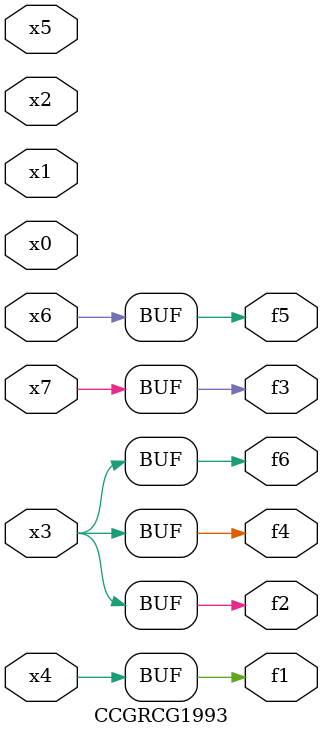
<source format=v>
module CCGRCG1993(
	input x0, x1, x2, x3, x4, x5, x6, x7,
	output f1, f2, f3, f4, f5, f6
);
	assign f1 = x4;
	assign f2 = x3;
	assign f3 = x7;
	assign f4 = x3;
	assign f5 = x6;
	assign f6 = x3;
endmodule

</source>
